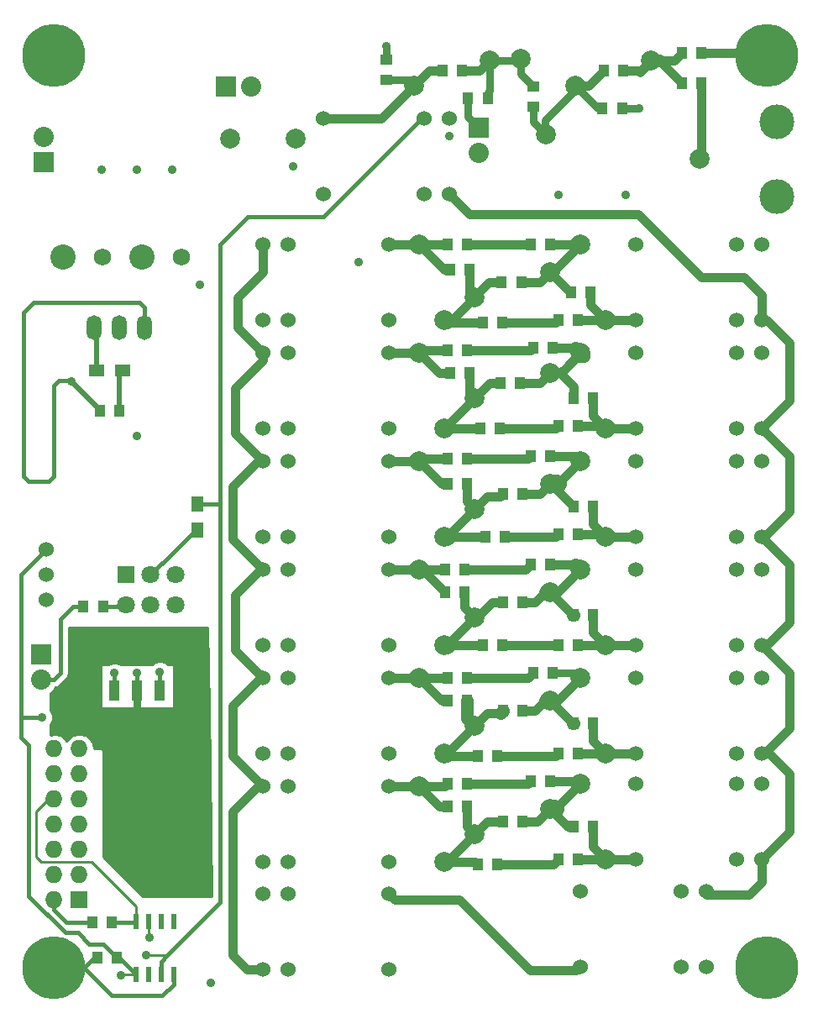
<source format=gtl>
G04 #@! TF.FileFunction,Copper,L1,Top,Signal*
%FSLAX46Y46*%
G04 Gerber Fmt 4.6, Leading zero omitted, Abs format (unit mm)*
G04 Created by KiCad (PCBNEW 4.0.1-stable) date 10/02/2016 08:24:28*
%MOMM*%
G01*
G04 APERTURE LIST*
%ADD10C,0.100000*%
%ADD11R,1.000000X1.250000*%
%ADD12R,1.250000X1.000000*%
%ADD13C,3.500000*%
%ADD14C,2.000000*%
%ADD15C,1.524000*%
%ADD16C,6.350000*%
%ADD17R,2.032000X2.032000*%
%ADD18O,2.032000X2.032000*%
%ADD19O,1.501140X2.499360*%
%ADD20R,1.500000X1.300000*%
%ADD21C,2.540000*%
%ADD22C,1.727200*%
%ADD23C,1.998980*%
%ADD24R,1.300000X1.500000*%
%ADD25R,0.600000X1.550000*%
%ADD26R,3.657600X2.032000*%
%ADD27R,1.016000X2.032000*%
%ADD28R,1.800000X1.800000*%
%ADD29C,1.800000*%
%ADD30R,1.727200X1.727200*%
%ADD31O,1.727200X1.727200*%
%ADD32C,0.889000*%
%ADD33C,0.780000*%
%ADD34C,0.254000*%
%ADD35C,0.381000*%
%ADD36C,0.910000*%
%ADD37C,1.270000*%
%ADD38C,0.508000*%
%ADD39C,1.850000*%
G04 APERTURE END LIST*
D10*
D11*
X182388000Y-38862000D03*
X184388000Y-38862000D03*
X174514000Y-40640000D03*
X176514000Y-40640000D03*
D12*
X167449500Y-42243500D03*
X167449500Y-44243500D03*
D11*
X162861500Y-43434000D03*
X160861500Y-43434000D03*
X123460000Y-130048000D03*
X125460000Y-130048000D03*
X125714000Y-74930000D03*
X123714000Y-74930000D03*
X158766000Y-58166000D03*
X160766000Y-58166000D03*
D13*
X192024000Y-53330000D03*
X192024000Y-45730000D03*
D14*
X184224000Y-49530000D03*
D15*
X118364000Y-91440000D03*
X118364000Y-93980000D03*
X118364000Y-88900000D03*
D11*
X158766000Y-112522000D03*
X160766000Y-112522000D03*
X161020000Y-71120000D03*
X159020000Y-71120000D03*
X160766000Y-82296000D03*
X158766000Y-82296000D03*
X160512000Y-93218000D03*
X158512000Y-93218000D03*
X160766000Y-104140000D03*
X158766000Y-104140000D03*
D16*
X191008000Y-39116000D03*
X119126000Y-39116000D03*
X191008000Y-131064000D03*
X119126000Y-131064000D03*
D11*
X184388000Y-41910000D03*
X182388000Y-41910000D03*
D17*
X117792500Y-99441000D03*
D18*
X117792500Y-101981000D03*
D11*
X158766000Y-79756000D03*
X160766000Y-79756000D03*
X158512000Y-90932000D03*
X160512000Y-90932000D03*
X158766000Y-101854000D03*
X160766000Y-101854000D03*
X161020000Y-60706000D03*
X159020000Y-60706000D03*
X160766000Y-114808000D03*
X158766000Y-114808000D03*
X162322000Y-66040000D03*
X164322000Y-66040000D03*
X174387000Y-44450000D03*
X176387000Y-44450000D03*
X158766000Y-68834000D03*
X160766000Y-68834000D03*
X162068000Y-76708000D03*
X164068000Y-76708000D03*
X162576000Y-87630000D03*
X164576000Y-87630000D03*
X162322000Y-98552000D03*
X164322000Y-98552000D03*
X161814000Y-109728000D03*
X163814000Y-109728000D03*
X161814000Y-120650000D03*
X163814000Y-120650000D03*
X166227000Y-61976000D03*
X164227000Y-61976000D03*
X166100000Y-72136000D03*
X164100000Y-72136000D03*
X166354000Y-83312000D03*
X164354000Y-83312000D03*
X166354000Y-94234000D03*
X164354000Y-94234000D03*
X166354000Y-105156000D03*
X164354000Y-105156000D03*
X166354000Y-116332000D03*
X164354000Y-116332000D03*
X169148000Y-58166000D03*
X167148000Y-58166000D03*
X169402000Y-68580000D03*
X167402000Y-68580000D03*
X169148000Y-79502000D03*
X167148000Y-79502000D03*
X169148000Y-90424000D03*
X167148000Y-90424000D03*
X169402000Y-101346000D03*
X167402000Y-101346000D03*
X169148000Y-112268000D03*
X167148000Y-112268000D03*
X173212000Y-62992000D03*
X171212000Y-62992000D03*
X173466000Y-73660000D03*
X171466000Y-73660000D03*
X173466000Y-84582000D03*
X171466000Y-84582000D03*
X173466000Y-95504000D03*
X171466000Y-95504000D03*
X173466000Y-106426000D03*
X171466000Y-106426000D03*
X173466000Y-116840000D03*
X171466000Y-116840000D03*
X171942000Y-65786000D03*
X169942000Y-65786000D03*
X171942000Y-76454000D03*
X169942000Y-76454000D03*
X171942000Y-87376000D03*
X169942000Y-87376000D03*
X171942000Y-98552000D03*
X169942000Y-98552000D03*
X171942000Y-109474000D03*
X169942000Y-109474000D03*
X171942000Y-120142000D03*
X169942000Y-120142000D03*
D15*
X159004000Y-45466000D03*
X156464000Y-45466000D03*
X146304000Y-45466000D03*
X146304000Y-53086000D03*
X159004000Y-53086000D03*
X156464000Y-53086000D03*
X140208000Y-65786000D03*
X142748000Y-65786000D03*
X152908000Y-65786000D03*
X152908000Y-58166000D03*
X140208000Y-58166000D03*
X142748000Y-58166000D03*
X140208000Y-76708000D03*
X142748000Y-76708000D03*
X152908000Y-76708000D03*
X152908000Y-69088000D03*
X140208000Y-69088000D03*
X142748000Y-69088000D03*
X140208000Y-87630000D03*
X142748000Y-87630000D03*
X152908000Y-87630000D03*
X152908000Y-80010000D03*
X140208000Y-80010000D03*
X142748000Y-80010000D03*
X140208000Y-98552000D03*
X142748000Y-98552000D03*
X152908000Y-98552000D03*
X152908000Y-90932000D03*
X140208000Y-90932000D03*
X142748000Y-90932000D03*
X140208000Y-109474000D03*
X142748000Y-109474000D03*
X152908000Y-109474000D03*
X152908000Y-101854000D03*
X140208000Y-101854000D03*
X142748000Y-101854000D03*
X140208000Y-120396000D03*
X142748000Y-120396000D03*
X152908000Y-120396000D03*
X152908000Y-112776000D03*
X140208000Y-112776000D03*
X142748000Y-112776000D03*
X140144500Y-131191000D03*
X142684500Y-131191000D03*
X152844500Y-131191000D03*
X152844500Y-123571000D03*
X140144500Y-123571000D03*
X142684500Y-123571000D03*
X190500000Y-58166000D03*
X187960000Y-58166000D03*
X177800000Y-58166000D03*
X177800000Y-65786000D03*
X190500000Y-65786000D03*
X187960000Y-65786000D03*
X190500000Y-69088000D03*
X187960000Y-69088000D03*
X177800000Y-69088000D03*
X177800000Y-76708000D03*
X190500000Y-76708000D03*
X187960000Y-76708000D03*
X190500000Y-80010000D03*
X187960000Y-80010000D03*
X177800000Y-80010000D03*
X177800000Y-87630000D03*
X190500000Y-87630000D03*
X187960000Y-87630000D03*
X190500000Y-90932000D03*
X187960000Y-90932000D03*
X177800000Y-90932000D03*
X177800000Y-98552000D03*
X190500000Y-98552000D03*
X187960000Y-98552000D03*
X190500000Y-101854000D03*
X187960000Y-101854000D03*
X177800000Y-101854000D03*
X177800000Y-109474000D03*
X190500000Y-109474000D03*
X187960000Y-109474000D03*
X190500000Y-112522000D03*
X187960000Y-112522000D03*
X177800000Y-112522000D03*
X177800000Y-120142000D03*
X190500000Y-120142000D03*
X187960000Y-120142000D03*
D17*
X118046500Y-49847500D03*
D18*
X118046500Y-47307500D03*
D17*
X136461500Y-42227500D03*
D18*
X139001500Y-42227500D03*
D19*
X125730000Y-66548000D03*
X128270000Y-66548000D03*
X123190000Y-66548000D03*
D20*
X123364000Y-70866000D03*
X126064000Y-70866000D03*
D21*
X119984000Y-59436000D03*
D22*
X123984000Y-59436000D03*
D21*
X127984000Y-59436000D03*
D22*
X131984000Y-59436000D03*
D23*
X179324000Y-39624000D03*
X171704000Y-42164000D03*
X168719500Y-47053500D03*
X166179500Y-39433500D03*
X155956000Y-58166000D03*
X158496000Y-65786000D03*
X155956000Y-69088000D03*
X158496000Y-76708000D03*
X155956000Y-80010000D03*
X158496000Y-87630000D03*
X155956000Y-90932000D03*
X158496000Y-98552000D03*
X155956000Y-101854000D03*
X158496000Y-109474000D03*
X155956000Y-112776000D03*
X158496000Y-120396000D03*
X161544000Y-63500000D03*
X169164000Y-60960000D03*
X161544000Y-73660000D03*
X169164000Y-71120000D03*
X161544000Y-84836000D03*
X169164000Y-82296000D03*
X161544000Y-95758000D03*
X169164000Y-93218000D03*
X161544000Y-106680000D03*
X169164000Y-104140000D03*
X161544000Y-117602000D03*
X169164000Y-115062000D03*
X172212000Y-58166000D03*
X174752000Y-65786000D03*
X172212000Y-69088000D03*
X174752000Y-76708000D03*
X172212000Y-80010000D03*
X174752000Y-87630000D03*
X172212000Y-90932000D03*
X174752000Y-98552000D03*
X172212000Y-101854000D03*
X174752000Y-109474000D03*
X172212000Y-112522000D03*
X174752000Y-120142000D03*
D11*
X158258000Y-40640000D03*
X160258000Y-40640000D03*
D12*
X152590500Y-41513000D03*
X152590500Y-39513000D03*
D23*
X143507460Y-47498000D03*
X136908540Y-47498000D03*
X163068000Y-39624000D03*
X155448000Y-42164000D03*
D24*
X133604000Y-84248000D03*
X133604000Y-86948000D03*
D11*
X122952000Y-126492000D03*
X124952000Y-126492000D03*
D15*
X184848500Y-123317000D03*
X182308500Y-123317000D03*
X172148500Y-123317000D03*
X172148500Y-130937000D03*
X184848500Y-130937000D03*
X182308500Y-130937000D03*
D25*
X127381000Y-131732000D03*
X128651000Y-131732000D03*
X129921000Y-131732000D03*
X131191000Y-131732000D03*
X131191000Y-126332000D03*
X129921000Y-126332000D03*
X128651000Y-126332000D03*
X127381000Y-126332000D03*
D11*
X122063000Y-94615000D03*
X124063000Y-94615000D03*
D26*
X127508000Y-109728000D03*
D27*
X127508000Y-103124000D03*
X125222000Y-103124000D03*
X129794000Y-103124000D03*
D28*
X126365000Y-91440000D03*
D29*
X128865000Y-91440000D03*
X126365000Y-94440000D03*
X131365000Y-91440000D03*
X131365000Y-94440000D03*
X128865000Y-94440000D03*
D17*
X161925000Y-46355000D03*
D18*
X161925000Y-48895000D03*
D30*
X121666000Y-124206000D03*
D31*
X119126000Y-124206000D03*
X121666000Y-121666000D03*
X119126000Y-121666000D03*
X121666000Y-119126000D03*
X119126000Y-119126000D03*
X121666000Y-116586000D03*
X119126000Y-116586000D03*
X121666000Y-114046000D03*
X119126000Y-114046000D03*
X121666000Y-111506000D03*
X119126000Y-111506000D03*
X121666000Y-108966000D03*
X119126000Y-108966000D03*
D32*
X169989500Y-53149500D03*
X152590500Y-38163500D03*
X178117500Y-44450000D03*
X134937500Y-132524500D03*
X159004000Y-47244000D03*
X127508000Y-77470000D03*
X133858000Y-62230000D03*
X131064000Y-50562000D03*
X127508000Y-50562000D03*
X123952000Y-50562000D03*
X164084000Y-58166000D03*
X167386000Y-66040000D03*
X167132000Y-76708000D03*
X163830000Y-79756000D03*
X164084000Y-68834000D03*
X167386000Y-87630000D03*
X163830000Y-90932000D03*
X167132000Y-98552000D03*
X164338000Y-101854000D03*
X166878000Y-109728000D03*
X163830000Y-112522000D03*
X166878000Y-120650000D03*
X143256000Y-50292000D03*
X176784000Y-53166000D03*
X149860000Y-59944000D03*
X117919500Y-105791000D03*
X125857000Y-131826000D03*
X128397000Y-129794000D03*
X120904000Y-71962000D03*
X125222000Y-101346000D03*
X127508000Y-101346000D03*
X129794000Y-101219000D03*
X128714500Y-128016000D03*
D33*
X160861500Y-43434000D02*
X160861500Y-45291500D01*
X160861500Y-45291500D02*
X161925000Y-46355000D01*
X152590500Y-39513000D02*
X152590500Y-38163500D01*
X176387000Y-44450000D02*
X178117500Y-44450000D01*
D34*
X123460000Y-130048000D02*
X123190000Y-130048000D01*
D35*
X123190000Y-130048000D02*
X122174000Y-131064000D01*
D34*
X122174000Y-131064000D02*
X119126000Y-131064000D01*
X119126000Y-131064000D02*
X122174000Y-131064000D01*
D35*
X122174000Y-131064000D02*
X124968000Y-133858000D01*
X131191000Y-132715000D02*
X131191000Y-131732000D01*
X130048000Y-133858000D02*
X131191000Y-132715000D01*
X124968000Y-133858000D02*
X130048000Y-133858000D01*
X119126000Y-124206000D02*
X119126000Y-125222000D01*
X119126000Y-125222000D02*
X120396000Y-126492000D01*
X120396000Y-126492000D02*
X122952000Y-126492000D01*
D36*
X184388000Y-38862000D02*
X190754000Y-38862000D01*
D37*
X190754000Y-38862000D02*
X191008000Y-39116000D01*
D33*
X131064000Y-50562000D02*
X131064000Y-50546000D01*
X127508000Y-50562000D02*
X127508000Y-50546000D01*
X123952000Y-50562000D02*
X123952000Y-50546000D01*
D36*
X164084000Y-58166000D02*
X167148000Y-58166000D01*
X160766000Y-58166000D02*
X164084000Y-58166000D01*
D33*
X169688000Y-66040000D02*
X169942000Y-65786000D01*
D36*
X167386000Y-66040000D02*
X169688000Y-66040000D01*
X164322000Y-66040000D02*
X167386000Y-66040000D01*
D33*
X169688000Y-76708000D02*
X169942000Y-76454000D01*
D36*
X167132000Y-76708000D02*
X169688000Y-76708000D01*
X164068000Y-76708000D02*
X167132000Y-76708000D01*
D33*
X166894000Y-79756000D02*
X167148000Y-79502000D01*
D36*
X163830000Y-79756000D02*
X166894000Y-79756000D01*
X160766000Y-79756000D02*
X163830000Y-79756000D01*
D33*
X167148000Y-68834000D02*
X167402000Y-68580000D01*
D36*
X164084000Y-68834000D02*
X167148000Y-68834000D01*
X160766000Y-68834000D02*
X164084000Y-68834000D01*
D33*
X169688000Y-87630000D02*
X169942000Y-87376000D01*
D36*
X167386000Y-87630000D02*
X169688000Y-87630000D01*
X164576000Y-87630000D02*
X167386000Y-87630000D01*
X166640000Y-90932000D02*
X167148000Y-90424000D01*
X160512000Y-90932000D02*
X163830000Y-90932000D01*
X163830000Y-90932000D02*
X166640000Y-90932000D01*
X167132000Y-98552000D02*
X169942000Y-98552000D01*
X164322000Y-98552000D02*
X167132000Y-98552000D01*
X166894000Y-101854000D02*
X167402000Y-101346000D01*
X160766000Y-101854000D02*
X164338000Y-101854000D01*
X164338000Y-101854000D02*
X166894000Y-101854000D01*
D33*
X169688000Y-109728000D02*
X169942000Y-109474000D01*
D36*
X166878000Y-109728000D02*
X169688000Y-109728000D01*
X163814000Y-109728000D02*
X166878000Y-109728000D01*
D33*
X166894000Y-112522000D02*
X167148000Y-112268000D01*
D36*
X163830000Y-112522000D02*
X166894000Y-112522000D01*
X160766000Y-112522000D02*
X163830000Y-112522000D01*
X169434000Y-120650000D02*
X169942000Y-120142000D01*
X163814000Y-120650000D02*
X166878000Y-120650000D01*
X166878000Y-120650000D02*
X169434000Y-120650000D01*
D33*
X176784000Y-53166000D02*
X176784000Y-53086000D01*
X167449500Y-44243500D02*
X167449500Y-45783500D01*
X167449500Y-45783500D02*
X168719500Y-47053500D01*
X168656000Y-45593000D02*
X168656000Y-46990000D01*
X168656000Y-46990000D02*
X168719500Y-47053500D01*
X174387000Y-44450000D02*
X173990000Y-44450000D01*
X173990000Y-44450000D02*
X171704000Y-42164000D01*
X171704000Y-42164000D02*
X171704000Y-42545000D01*
X171704000Y-42545000D02*
X168656000Y-45593000D01*
D36*
X171704000Y-42164000D02*
X172990000Y-42164000D01*
X172990000Y-42164000D02*
X174514000Y-40640000D01*
D35*
X117919500Y-105791000D02*
X115824000Y-105791000D01*
X115824000Y-105791000D02*
X116014500Y-105791000D01*
X116014500Y-105791000D02*
X115824000Y-105791000D01*
D34*
X127381000Y-131732000D02*
X125951000Y-131732000D01*
X125951000Y-131732000D02*
X125857000Y-131826000D01*
D35*
X120523000Y-127508000D02*
X120269000Y-127508000D01*
X116586000Y-108585000D02*
X115824000Y-107823000D01*
X115824000Y-107759500D02*
X115824000Y-107378500D01*
X115824000Y-107823000D02*
X115824000Y-107759500D01*
X116586000Y-108966000D02*
X116586000Y-108585000D01*
X120269000Y-127508000D02*
X116586000Y-123825000D01*
X116586000Y-123825000D02*
X116586000Y-123571000D01*
X116586000Y-109601000D02*
X116586000Y-108966000D01*
X116586000Y-109601000D02*
X116586000Y-123571000D01*
X120523000Y-127508000D02*
X121539000Y-127508000D01*
X121539000Y-127508000D02*
X122682000Y-128651000D01*
X122682000Y-128651000D02*
X124063000Y-128651000D01*
X125460000Y-130048000D02*
X124063000Y-128651000D01*
X115824000Y-107378500D02*
X115824000Y-105791000D01*
X115824000Y-105791000D02*
X115824000Y-98425000D01*
X115824000Y-91440000D02*
X115824000Y-98425000D01*
X118364000Y-88900000D02*
X115824000Y-91440000D01*
D34*
X125460000Y-130048000D02*
X125697000Y-130048000D01*
D35*
X125697000Y-130048000D02*
X127381000Y-131732000D01*
D38*
X125714000Y-74930000D02*
X125714000Y-71216000D01*
X125714000Y-71216000D02*
X126064000Y-70866000D01*
D36*
X160782000Y-84074000D02*
X161544000Y-84836000D01*
D39*
X158496000Y-87630000D02*
X158750000Y-87630000D01*
D36*
X158750000Y-87630000D02*
X161544000Y-84836000D01*
X160766000Y-84058000D02*
X160782000Y-84074000D01*
X160766000Y-82296000D02*
X160766000Y-84058000D01*
X164100000Y-83566000D02*
X164354000Y-83312000D01*
X162814000Y-83566000D02*
X164100000Y-83566000D01*
X161544000Y-84836000D02*
X162814000Y-83566000D01*
X162576000Y-87630000D02*
X158496000Y-87630000D01*
D33*
X166179500Y-39433500D02*
X166179500Y-40973500D01*
X166179500Y-40973500D02*
X167449500Y-42243500D01*
X163068000Y-39624000D02*
X165989000Y-39624000D01*
X165989000Y-39624000D02*
X166179500Y-39433500D01*
X162861500Y-43434000D02*
X162861500Y-42815000D01*
X162861500Y-42815000D02*
X163068000Y-42608500D01*
X163068000Y-42608500D02*
X163068000Y-39624000D01*
D37*
X162798000Y-39354000D02*
X163068000Y-39624000D01*
D36*
X160258000Y-40640000D02*
X162052000Y-40640000D01*
X162052000Y-40640000D02*
X163068000Y-39624000D01*
D35*
X129921000Y-131732000D02*
X129921000Y-130429000D01*
X130556000Y-129794000D02*
X132842000Y-127508000D01*
X129921000Y-130429000D02*
X130556000Y-129794000D01*
X156464000Y-45466000D02*
X156210000Y-45466000D01*
X135890000Y-124460000D02*
X132842000Y-127508000D01*
X138684000Y-55372000D02*
X146304000Y-55372000D01*
X135890000Y-58166000D02*
X138684000Y-55372000D01*
X146304000Y-55372000D02*
X156210000Y-45466000D01*
X135890000Y-88392000D02*
X135890000Y-115062000D01*
X135890000Y-58166000D02*
X135890000Y-84074000D01*
X135890000Y-84074000D02*
X135890000Y-88392000D01*
X135890000Y-115062000D02*
X135890000Y-124460000D01*
X133604000Y-84248000D02*
X135890000Y-84248000D01*
D34*
X128397000Y-129794000D02*
X130556000Y-129794000D01*
D36*
X178181000Y-40767000D02*
X179324000Y-39624000D01*
X176514000Y-40640000D02*
X178308000Y-40640000D01*
X178308000Y-40640000D02*
X179324000Y-39624000D01*
X179324000Y-39624000D02*
X181626000Y-39624000D01*
X181626000Y-39624000D02*
X182388000Y-38862000D01*
D37*
X179324000Y-39624000D02*
X180102000Y-39624000D01*
D36*
X180102000Y-39624000D02*
X182388000Y-41910000D01*
X158496000Y-120396000D02*
X158750000Y-120396000D01*
X158750000Y-120396000D02*
X161544000Y-117602000D01*
X161560000Y-120396000D02*
X161814000Y-120650000D01*
X158496000Y-120396000D02*
X161560000Y-120396000D01*
X160766000Y-116824000D02*
X161544000Y-117602000D01*
X160766000Y-114808000D02*
X160766000Y-116824000D01*
X162814000Y-116332000D02*
X161544000Y-117602000D01*
X164354000Y-116332000D02*
X162814000Y-116332000D01*
X152908000Y-80010000D02*
X155956000Y-80010000D01*
D37*
X156210000Y-79756000D02*
X155956000Y-80010000D01*
D36*
X158766000Y-79756000D02*
X156210000Y-79756000D01*
X158242000Y-82296000D02*
X155956000Y-80010000D01*
X158766000Y-82296000D02*
X158242000Y-82296000D01*
X152908000Y-90932000D02*
X155956000Y-90932000D01*
X155956000Y-90932000D02*
X158512000Y-90932000D01*
X156226000Y-90932000D02*
X158512000Y-93218000D01*
D37*
X155956000Y-90932000D02*
X156226000Y-90932000D01*
D36*
X152908000Y-101854000D02*
X155956000Y-101854000D01*
X158766000Y-101854000D02*
X155956000Y-101854000D01*
X158242000Y-104140000D02*
X155956000Y-101854000D01*
X158766000Y-104140000D02*
X158242000Y-104140000D01*
X161020000Y-60706000D02*
X161020000Y-62976000D01*
X162322000Y-66040000D02*
X158750000Y-66040000D01*
D37*
X158750000Y-66040000D02*
X158496000Y-65786000D01*
D36*
X159258000Y-65786000D02*
X161544000Y-63500000D01*
X158496000Y-65786000D02*
X159258000Y-65786000D01*
X162941000Y-61976000D02*
X164227000Y-61976000D01*
X161544000Y-63373000D02*
X162941000Y-61976000D01*
X161544000Y-63500000D02*
X161544000Y-63373000D01*
X184388000Y-41910000D02*
X184388000Y-49366000D01*
D37*
X184388000Y-49366000D02*
X184224000Y-49530000D01*
D38*
X123714000Y-74930000D02*
X123714000Y-74772000D01*
X123714000Y-74772000D02*
X120904000Y-71962000D01*
D35*
X128270000Y-64516000D02*
X127762000Y-64008000D01*
X127762000Y-64008000D02*
X117094000Y-64008000D01*
X117094000Y-64008000D02*
X116078000Y-65024000D01*
X116078000Y-65024000D02*
X116078000Y-76708000D01*
X128270000Y-66548000D02*
X128270000Y-64516000D01*
X119126000Y-76708000D02*
X119126000Y-72390000D01*
X119126000Y-78994000D02*
X119126000Y-76708000D01*
X116078000Y-76708000D02*
X116078000Y-79248000D01*
X119634000Y-71882000D02*
X120824000Y-71882000D01*
X120824000Y-71882000D02*
X120904000Y-71962000D01*
X119126000Y-72390000D02*
X119634000Y-71882000D01*
X119126000Y-81534000D02*
X119126000Y-78994000D01*
X116078000Y-79248000D02*
X116078000Y-81534000D01*
X116586000Y-82042000D02*
X118618000Y-82042000D01*
X118618000Y-82042000D02*
X119126000Y-81534000D01*
X116078000Y-81534000D02*
X116586000Y-82042000D01*
D36*
X159020000Y-60706000D02*
X158496000Y-60706000D01*
X158496000Y-60706000D02*
X155956000Y-58166000D01*
X158766000Y-58166000D02*
X155956000Y-58166000D01*
X152908000Y-58166000D02*
X155956000Y-58166000D01*
X152908000Y-69088000D02*
X155956000Y-69088000D01*
D37*
X156210000Y-68834000D02*
X155956000Y-69088000D01*
D36*
X158766000Y-68834000D02*
X156210000Y-68834000D01*
X157988000Y-71120000D02*
X155956000Y-69088000D01*
X159020000Y-71120000D02*
X157988000Y-71120000D01*
X152908000Y-112776000D02*
X155956000Y-112776000D01*
X158512000Y-112776000D02*
X158766000Y-112522000D01*
X155956000Y-112776000D02*
X158512000Y-112776000D01*
X157988000Y-114808000D02*
X155956000Y-112776000D01*
X158766000Y-114808000D02*
X157988000Y-114808000D01*
X158496000Y-76708000D02*
X161544000Y-73660000D01*
X162068000Y-76708000D02*
X158496000Y-76708000D01*
X163068000Y-72136000D02*
X161544000Y-73660000D01*
X164100000Y-72136000D02*
X163068000Y-72136000D01*
X161020000Y-73136000D02*
X161544000Y-73660000D01*
X161020000Y-71120000D02*
X161020000Y-73136000D01*
D39*
X158496000Y-98552000D02*
X158750000Y-98552000D01*
D36*
X158750000Y-98552000D02*
X161544000Y-95758000D01*
X160512000Y-94726000D02*
X161544000Y-95758000D01*
X160512000Y-93218000D02*
X160512000Y-94726000D01*
X158496000Y-98552000D02*
X162322000Y-98552000D01*
X163322000Y-94234000D02*
X164354000Y-94234000D01*
X161798000Y-95758000D02*
X163322000Y-94234000D01*
D37*
X161544000Y-95758000D02*
X161798000Y-95758000D01*
D39*
X158496000Y-109474000D02*
X158750000Y-109474000D01*
D36*
X158750000Y-109474000D02*
X161544000Y-106680000D01*
D37*
X160766000Y-105902000D02*
X161544000Y-106680000D01*
X160766000Y-104140000D02*
X160766000Y-105902000D01*
X158750000Y-109728000D02*
X158496000Y-109474000D01*
D36*
X161814000Y-109728000D02*
X158750000Y-109728000D01*
D37*
X164100000Y-105410000D02*
X164354000Y-105156000D01*
D36*
X162814000Y-105410000D02*
X164100000Y-105410000D01*
X161544000Y-106680000D02*
X162814000Y-105410000D01*
X171212000Y-62992000D02*
X171196000Y-62992000D01*
X171196000Y-62992000D02*
X169164000Y-60960000D01*
X169148000Y-58166000D02*
X172212000Y-58166000D01*
X169418000Y-60960000D02*
X172212000Y-58166000D01*
X169164000Y-60960000D02*
X169418000Y-60960000D01*
X168148000Y-61976000D02*
X169164000Y-60960000D01*
X166227000Y-61976000D02*
X168148000Y-61976000D01*
X169164000Y-71120000D02*
X170180000Y-71120000D01*
X170561000Y-70739000D02*
X172212000Y-69088000D01*
X170180000Y-71120000D02*
X170561000Y-70739000D01*
D37*
X171704000Y-68580000D02*
X172212000Y-69088000D01*
D36*
X169402000Y-68580000D02*
X171704000Y-68580000D01*
D37*
X172482000Y-69358000D02*
X172212000Y-69088000D01*
D36*
X171466000Y-72406000D02*
X170180000Y-71120000D01*
X171466000Y-73660000D02*
X171466000Y-72406000D01*
X168148000Y-72136000D02*
X169164000Y-71120000D01*
X166100000Y-72136000D02*
X168148000Y-72136000D01*
D39*
X169164000Y-82296000D02*
X169926000Y-82296000D01*
D36*
X169926000Y-82296000D02*
X172212000Y-80010000D01*
X168148000Y-83312000D02*
X169164000Y-82296000D01*
X166354000Y-83312000D02*
X168148000Y-83312000D01*
X171704000Y-79502000D02*
X172212000Y-80010000D01*
X169148000Y-79502000D02*
X171704000Y-79502000D01*
X169180000Y-82296000D02*
X171466000Y-84582000D01*
D37*
X169164000Y-82296000D02*
X169180000Y-82296000D01*
D36*
X169164000Y-93218000D02*
X169926000Y-93218000D01*
X169926000Y-93218000D02*
X172212000Y-90932000D01*
D37*
X168656000Y-93218000D02*
X169164000Y-93218000D01*
D36*
X167640000Y-94234000D02*
X168656000Y-93218000D01*
X166354000Y-94234000D02*
X167640000Y-94234000D01*
D37*
X171704000Y-90424000D02*
X172212000Y-90932000D01*
D36*
X169148000Y-90424000D02*
X171704000Y-90424000D01*
X171450000Y-95504000D02*
X169164000Y-93218000D01*
D37*
X171466000Y-95504000D02*
X171450000Y-95504000D01*
D36*
X169164000Y-104140000D02*
X169926000Y-104140000D01*
X169926000Y-104140000D02*
X172212000Y-101854000D01*
D37*
X168656000Y-104140000D02*
X169164000Y-104140000D01*
D36*
X167640000Y-105156000D02*
X168656000Y-104140000D01*
X166354000Y-105156000D02*
X167640000Y-105156000D01*
X171450000Y-106426000D02*
X169164000Y-104140000D01*
D37*
X171466000Y-106426000D02*
X171450000Y-106426000D01*
D33*
X171704000Y-101346000D02*
X172212000Y-101854000D01*
X169402000Y-101346000D02*
X171704000Y-101346000D01*
D39*
X169164000Y-115062000D02*
X169672000Y-115062000D01*
D36*
X169672000Y-115062000D02*
X172212000Y-112522000D01*
X167894000Y-116332000D02*
X169164000Y-115062000D01*
X166354000Y-116332000D02*
X167894000Y-116332000D01*
D37*
X171958000Y-112268000D02*
X172212000Y-112522000D01*
D36*
X169148000Y-112268000D02*
X171958000Y-112268000D01*
X170942000Y-116840000D02*
X169164000Y-115062000D01*
X171466000Y-116840000D02*
X170942000Y-116840000D01*
X173212000Y-62992000D02*
X173212000Y-64246000D01*
X173212000Y-64246000D02*
X174752000Y-65786000D01*
X171942000Y-65786000D02*
X174752000Y-65786000D01*
X174752000Y-65786000D02*
X177800000Y-65786000D01*
X174752000Y-76708000D02*
X177800000Y-76708000D01*
D37*
X174498000Y-76454000D02*
X174752000Y-76708000D01*
D36*
X171942000Y-76454000D02*
X174498000Y-76454000D01*
D37*
X174482000Y-76438000D02*
X174752000Y-76708000D01*
D36*
X173466000Y-75422000D02*
X174752000Y-76708000D01*
X173466000Y-73660000D02*
X173466000Y-75422000D01*
X174752000Y-87630000D02*
X177800000Y-87630000D01*
X173466000Y-86344000D02*
X174752000Y-87630000D01*
X173466000Y-84582000D02*
X173466000Y-86344000D01*
D37*
X174498000Y-87376000D02*
X174752000Y-87630000D01*
D36*
X171942000Y-87376000D02*
X174498000Y-87376000D01*
X174752000Y-98552000D02*
X177800000Y-98552000D01*
X173466000Y-97266000D02*
X174752000Y-98552000D01*
X173466000Y-95504000D02*
X173466000Y-97266000D01*
X171942000Y-98552000D02*
X174752000Y-98552000D01*
X174752000Y-109474000D02*
X177800000Y-109474000D01*
X173466000Y-108188000D02*
X174752000Y-109474000D01*
X173466000Y-106426000D02*
X173466000Y-108188000D01*
X171942000Y-109474000D02*
X174752000Y-109474000D01*
X174752000Y-120142000D02*
X177800000Y-120142000D01*
X173466000Y-118856000D02*
X174752000Y-120142000D01*
X173466000Y-116840000D02*
X173466000Y-118856000D01*
X171942000Y-120142000D02*
X174752000Y-120142000D01*
D38*
X123364000Y-70866000D02*
X123364000Y-66722000D01*
X123364000Y-66722000D02*
X123190000Y-66548000D01*
D33*
X152590500Y-41513000D02*
X154797000Y-41513000D01*
D38*
X154797000Y-41513000D02*
X155448000Y-42164000D01*
D36*
X158258000Y-40640000D02*
X156972000Y-40640000D01*
X156972000Y-40640000D02*
X155448000Y-42164000D01*
X152146000Y-45466000D02*
X155448000Y-42164000D01*
X146304000Y-45466000D02*
X152146000Y-45466000D01*
X191262000Y-109474000D02*
X193294000Y-111506000D01*
X193294000Y-111506000D02*
X193294000Y-117348000D01*
X193294000Y-117348000D02*
X190500000Y-120142000D01*
X190500000Y-109474000D02*
X191262000Y-109474000D01*
X190754000Y-109474000D02*
X193294000Y-106934000D01*
X193294000Y-101346000D02*
X190500000Y-98552000D01*
X193294000Y-106934000D02*
X193294000Y-101346000D01*
X190500000Y-109474000D02*
X190754000Y-109474000D01*
X191008000Y-98552000D02*
X193294000Y-96266000D01*
X193294000Y-90424000D02*
X190500000Y-87630000D01*
X193294000Y-96266000D02*
X193294000Y-90424000D01*
X190500000Y-98552000D02*
X191008000Y-98552000D01*
X190754000Y-87630000D02*
X193294000Y-85090000D01*
X193294000Y-85090000D02*
X193294000Y-79502000D01*
X193294000Y-79502000D02*
X190500000Y-76708000D01*
X190500000Y-87630000D02*
X190754000Y-87630000D01*
X191008000Y-65786000D02*
X190500000Y-65786000D01*
X193294000Y-68072000D02*
X193294000Y-73914000D01*
X191008000Y-65786000D02*
X193294000Y-68072000D01*
X193294000Y-73914000D02*
X190500000Y-76708000D01*
X161036000Y-55118000D02*
X159004000Y-53086000D01*
X190500000Y-63246000D02*
X188722000Y-61468000D01*
X161798000Y-55118000D02*
X178054000Y-55118000D01*
X190500000Y-65786000D02*
X190500000Y-63246000D01*
X184404000Y-61468000D02*
X178054000Y-55118000D01*
X188722000Y-61468000D02*
X184404000Y-61468000D01*
X161798000Y-55118000D02*
X161036000Y-55118000D01*
X189230000Y-123698000D02*
X184912000Y-123698000D01*
X190500000Y-120142000D02*
X190500000Y-122428000D01*
X190500000Y-122428000D02*
X189230000Y-123698000D01*
X140144500Y-131191000D02*
X138557000Y-131191000D01*
X138557000Y-131191000D02*
X138303000Y-130937000D01*
X137668000Y-66548000D02*
X140208000Y-69088000D01*
X137668000Y-63500000D02*
X137668000Y-66548000D01*
X140208000Y-60960000D02*
X137668000Y-63500000D01*
X140208000Y-58166000D02*
X140208000Y-60960000D01*
X140208000Y-69850000D02*
X137414000Y-72644000D01*
X137414000Y-77216000D02*
X140208000Y-80010000D01*
X137414000Y-72644000D02*
X137414000Y-77216000D01*
X140208000Y-69088000D02*
X140208000Y-69850000D01*
X139700000Y-80010000D02*
X137160000Y-82550000D01*
X137160000Y-87884000D02*
X140208000Y-90932000D01*
X137160000Y-82550000D02*
X137160000Y-87884000D01*
X140208000Y-80010000D02*
X139700000Y-80010000D01*
X139954000Y-90932000D02*
X137414000Y-93472000D01*
X137414000Y-99060000D02*
X140208000Y-101854000D01*
X137414000Y-93472000D02*
X137414000Y-99060000D01*
X140208000Y-90932000D02*
X139954000Y-90932000D01*
X139954000Y-101854000D02*
X137160000Y-104648000D01*
X137160000Y-109728000D02*
X140208000Y-112776000D01*
X137160000Y-104648000D02*
X137160000Y-109728000D01*
X140208000Y-101854000D02*
X139954000Y-101854000D01*
X140208000Y-112776000D02*
X139700000Y-112776000D01*
X138303000Y-130937000D02*
X137160000Y-129794000D01*
X137160000Y-129794000D02*
X137160000Y-124714000D01*
X137160000Y-115316000D02*
X139700000Y-112776000D01*
X137160000Y-115316000D02*
X137160000Y-124714000D01*
X171132500Y-131318000D02*
X171767500Y-131318000D01*
X171767500Y-131318000D02*
X172148500Y-130937000D01*
X154432000Y-124206000D02*
X153479500Y-124206000D01*
X153479500Y-124206000D02*
X152844500Y-123571000D01*
X160020000Y-124206000D02*
X167132000Y-131318000D01*
X167132000Y-131318000D02*
X171132500Y-131318000D01*
X154432000Y-124206000D02*
X160020000Y-124206000D01*
D35*
X131171000Y-89134000D02*
X128865000Y-91440000D01*
X131238000Y-89067000D02*
X131171000Y-89134000D01*
X124952000Y-126492000D02*
X127221000Y-126492000D01*
D34*
X127221000Y-126492000D02*
X127381000Y-126332000D01*
X119126000Y-114046000D02*
X118618000Y-114046000D01*
X118618000Y-114046000D02*
X117348000Y-115316000D01*
X117856000Y-120396000D02*
X122936000Y-120396000D01*
X117348000Y-119888000D02*
X117856000Y-120396000D01*
X117348000Y-115316000D02*
X117348000Y-119888000D01*
X126492000Y-123952000D02*
X127381000Y-124841000D01*
X127381000Y-124841000D02*
X127254000Y-124714000D01*
X122936000Y-120396000D02*
X126492000Y-123952000D01*
X127381000Y-124841000D02*
X127381000Y-126332000D01*
X133397000Y-86948000D02*
X133604000Y-86948000D01*
D35*
X131211000Y-89134000D02*
X133397000Y-86948000D01*
X131171000Y-89134000D02*
X131211000Y-89134000D01*
X119761000Y-100965000D02*
X119761000Y-101346000D01*
X119126000Y-101981000D02*
X117792500Y-101981000D01*
X119761000Y-101346000D02*
X119126000Y-101981000D01*
X121039000Y-94623000D02*
X122055000Y-94623000D01*
X122055000Y-94623000D02*
X122063000Y-94615000D01*
X119761000Y-100965000D02*
X119761000Y-95901000D01*
X119761000Y-95901000D02*
X121039000Y-94623000D01*
X121039000Y-94623000D02*
X121047000Y-94615000D01*
X124063000Y-94615000D02*
X126190000Y-94615000D01*
X126190000Y-94615000D02*
X126365000Y-94440000D01*
X126190000Y-94615000D02*
X126365000Y-94440000D01*
X125222000Y-103124000D02*
X125222000Y-101346000D01*
X127508000Y-101346000D02*
X127508000Y-103124000D01*
D33*
X127508000Y-103124000D02*
X127508000Y-109728000D01*
D35*
X129794000Y-101219000D02*
X129794000Y-103124000D01*
D34*
X128651000Y-126332000D02*
X128651000Y-127952500D01*
X128651000Y-127952500D02*
X128714500Y-128016000D01*
G36*
X134747011Y-104776682D02*
X134999307Y-123825000D01*
X128068606Y-123825000D01*
X124079000Y-119835394D01*
X124079000Y-109093000D01*
X124068994Y-109043590D01*
X124040553Y-109001965D01*
X123998159Y-108974685D01*
X123952000Y-108966000D01*
X123193959Y-108966000D01*
X123079885Y-108392511D01*
X122755029Y-107906330D01*
X122268848Y-107581474D01*
X121695359Y-107467400D01*
X121636641Y-107467400D01*
X121063152Y-107581474D01*
X120576971Y-107906330D01*
X120396000Y-108177172D01*
X120215029Y-107906330D01*
X119728848Y-107581474D01*
X119155359Y-107467400D01*
X119096641Y-107467400D01*
X118745000Y-107537346D01*
X118745000Y-106492253D01*
X118834122Y-106403286D01*
X118998813Y-106006668D01*
X118999187Y-105577216D01*
X118835189Y-105180311D01*
X118745000Y-105089964D01*
X118745000Y-103313659D01*
X118992278Y-103148433D01*
X119235274Y-102784764D01*
X119441906Y-102743663D01*
X119709717Y-102564717D01*
X120344714Y-101929719D01*
X120344717Y-101929717D01*
X120523663Y-101661905D01*
X120527242Y-101643910D01*
X120586501Y-101346000D01*
X120586500Y-101345995D01*
X120586500Y-100584000D01*
X123825000Y-100584000D01*
X123825000Y-104775000D01*
X123835006Y-104824410D01*
X123863447Y-104866035D01*
X123905841Y-104893315D01*
X123952000Y-104902000D01*
X131064000Y-104902000D01*
X131113410Y-104891994D01*
X131155035Y-104863553D01*
X131182315Y-104821159D01*
X131191000Y-104775000D01*
X131191000Y-100584000D01*
X131180994Y-100534590D01*
X131152553Y-100492965D01*
X131110159Y-100465685D01*
X131064000Y-100457000D01*
X130558642Y-100457000D01*
X130406286Y-100304378D01*
X130009668Y-100139687D01*
X129580216Y-100139313D01*
X129183311Y-100303311D01*
X129029354Y-100457000D01*
X125859863Y-100457000D01*
X125834286Y-100431378D01*
X125437668Y-100266687D01*
X125008216Y-100266313D01*
X124611311Y-100430311D01*
X124584575Y-100457000D01*
X123952000Y-100457000D01*
X123902590Y-100467006D01*
X123860965Y-100495447D01*
X123833685Y-100537841D01*
X123825000Y-100584000D01*
X120586500Y-100584000D01*
X120586500Y-96774000D01*
X134621969Y-96774000D01*
X134747011Y-104776682D01*
X134747011Y-104776682D01*
G37*
X134747011Y-104776682D02*
X134999307Y-123825000D01*
X128068606Y-123825000D01*
X124079000Y-119835394D01*
X124079000Y-109093000D01*
X124068994Y-109043590D01*
X124040553Y-109001965D01*
X123998159Y-108974685D01*
X123952000Y-108966000D01*
X123193959Y-108966000D01*
X123079885Y-108392511D01*
X122755029Y-107906330D01*
X122268848Y-107581474D01*
X121695359Y-107467400D01*
X121636641Y-107467400D01*
X121063152Y-107581474D01*
X120576971Y-107906330D01*
X120396000Y-108177172D01*
X120215029Y-107906330D01*
X119728848Y-107581474D01*
X119155359Y-107467400D01*
X119096641Y-107467400D01*
X118745000Y-107537346D01*
X118745000Y-106492253D01*
X118834122Y-106403286D01*
X118998813Y-106006668D01*
X118999187Y-105577216D01*
X118835189Y-105180311D01*
X118745000Y-105089964D01*
X118745000Y-103313659D01*
X118992278Y-103148433D01*
X119235274Y-102784764D01*
X119441906Y-102743663D01*
X119709717Y-102564717D01*
X120344714Y-101929719D01*
X120344717Y-101929717D01*
X120523663Y-101661905D01*
X120527242Y-101643910D01*
X120586501Y-101346000D01*
X120586500Y-101345995D01*
X120586500Y-100584000D01*
X123825000Y-100584000D01*
X123825000Y-104775000D01*
X123835006Y-104824410D01*
X123863447Y-104866035D01*
X123905841Y-104893315D01*
X123952000Y-104902000D01*
X131064000Y-104902000D01*
X131113410Y-104891994D01*
X131155035Y-104863553D01*
X131182315Y-104821159D01*
X131191000Y-104775000D01*
X131191000Y-100584000D01*
X131180994Y-100534590D01*
X131152553Y-100492965D01*
X131110159Y-100465685D01*
X131064000Y-100457000D01*
X130558642Y-100457000D01*
X130406286Y-100304378D01*
X130009668Y-100139687D01*
X129580216Y-100139313D01*
X129183311Y-100303311D01*
X129029354Y-100457000D01*
X125859863Y-100457000D01*
X125834286Y-100431378D01*
X125437668Y-100266687D01*
X125008216Y-100266313D01*
X124611311Y-100430311D01*
X124584575Y-100457000D01*
X123952000Y-100457000D01*
X123902590Y-100467006D01*
X123860965Y-100495447D01*
X123833685Y-100537841D01*
X123825000Y-100584000D01*
X120586500Y-100584000D01*
X120586500Y-96774000D01*
X134621969Y-96774000D01*
X134747011Y-104776682D01*
M02*

</source>
